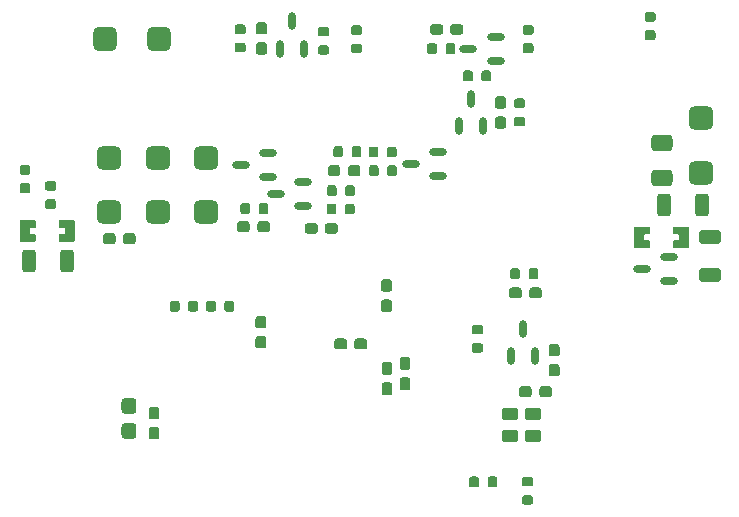
<source format=gbp>
G04 Layer_Color=128*
%FSLAX24Y24*%
%MOIN*%
G70*
G01*
G75*
G04:AMPARAMS|DCode=26|XSize=47.2mil|YSize=74.8mil|CornerRadius=11.8mil|HoleSize=0mil|Usage=FLASHONLY|Rotation=180.000|XOffset=0mil|YOffset=0mil|HoleType=Round|Shape=RoundedRectangle|*
%AMROUNDEDRECTD26*
21,1,0.0472,0.0512,0,0,180.0*
21,1,0.0236,0.0748,0,0,180.0*
1,1,0.0236,-0.0118,0.0256*
1,1,0.0236,0.0118,0.0256*
1,1,0.0236,0.0118,-0.0256*
1,1,0.0236,-0.0118,-0.0256*
%
%ADD26ROUNDEDRECTD26*%
%ADD28O,0.0281X0.0591*%
%ADD29O,0.0591X0.0281*%
G04:AMPARAMS|DCode=36|XSize=82.7mil|YSize=78.7mil|CornerRadius=19.7mil|HoleSize=0mil|Usage=FLASHONLY|Rotation=90.000|XOffset=0mil|YOffset=0mil|HoleType=Round|Shape=RoundedRectangle|*
%AMROUNDEDRECTD36*
21,1,0.0827,0.0394,0,0,90.0*
21,1,0.0433,0.0787,0,0,90.0*
1,1,0.0394,0.0197,0.0217*
1,1,0.0394,0.0197,-0.0217*
1,1,0.0394,-0.0197,-0.0217*
1,1,0.0394,-0.0197,0.0217*
%
%ADD36ROUNDEDRECTD36*%
G04:AMPARAMS|DCode=54|XSize=55.1mil|YSize=70.9mil|CornerRadius=13.8mil|HoleSize=0mil|Usage=FLASHONLY|Rotation=270.000|XOffset=0mil|YOffset=0mil|HoleType=Round|Shape=RoundedRectangle|*
%AMROUNDEDRECTD54*
21,1,0.0551,0.0433,0,0,270.0*
21,1,0.0276,0.0709,0,0,270.0*
1,1,0.0276,-0.0217,-0.0138*
1,1,0.0276,-0.0217,0.0138*
1,1,0.0276,0.0217,0.0138*
1,1,0.0276,0.0217,-0.0138*
%
%ADD54ROUNDEDRECTD54*%
G04:AMPARAMS|DCode=55|XSize=54mil|YSize=50mil|CornerRadius=12.5mil|HoleSize=0mil|Usage=FLASHONLY|Rotation=270.000|XOffset=0mil|YOffset=0mil|HoleType=Round|Shape=RoundedRectangle|*
%AMROUNDEDRECTD55*
21,1,0.0540,0.0250,0,0,270.0*
21,1,0.0290,0.0500,0,0,270.0*
1,1,0.0250,-0.0125,-0.0145*
1,1,0.0250,-0.0125,0.0145*
1,1,0.0250,0.0125,0.0145*
1,1,0.0250,0.0125,-0.0145*
%
%ADD55ROUNDEDRECTD55*%
G04:AMPARAMS|DCode=56|XSize=55.1mil|YSize=41.3mil|CornerRadius=10.3mil|HoleSize=0mil|Usage=FLASHONLY|Rotation=180.000|XOffset=0mil|YOffset=0mil|HoleType=Round|Shape=RoundedRectangle|*
%AMROUNDEDRECTD56*
21,1,0.0551,0.0207,0,0,180.0*
21,1,0.0344,0.0413,0,0,180.0*
1,1,0.0207,-0.0172,0.0103*
1,1,0.0207,0.0172,0.0103*
1,1,0.0207,0.0172,-0.0103*
1,1,0.0207,-0.0172,-0.0103*
%
%ADD56ROUNDEDRECTD56*%
G04:AMPARAMS|DCode=57|XSize=47.2mil|YSize=74.8mil|CornerRadius=11.8mil|HoleSize=0mil|Usage=FLASHONLY|Rotation=90.000|XOffset=0mil|YOffset=0mil|HoleType=Round|Shape=RoundedRectangle|*
%AMROUNDEDRECTD57*
21,1,0.0472,0.0512,0,0,90.0*
21,1,0.0236,0.0748,0,0,90.0*
1,1,0.0236,0.0256,0.0118*
1,1,0.0236,0.0256,-0.0118*
1,1,0.0236,-0.0256,-0.0118*
1,1,0.0236,-0.0256,0.0118*
%
%ADD57ROUNDEDRECTD57*%
G04:AMPARAMS|DCode=58|XSize=82.7mil|YSize=78.7mil|CornerRadius=19.7mil|HoleSize=0mil|Usage=FLASHONLY|Rotation=0.000|XOffset=0mil|YOffset=0mil|HoleType=Round|Shape=RoundedRectangle|*
%AMROUNDEDRECTD58*
21,1,0.0827,0.0394,0,0,0.0*
21,1,0.0433,0.0787,0,0,0.0*
1,1,0.0394,0.0217,-0.0197*
1,1,0.0394,-0.0217,-0.0197*
1,1,0.0394,-0.0217,0.0197*
1,1,0.0394,0.0217,0.0197*
%
%ADD58ROUNDEDRECTD58*%
G36*
X37769Y37448D02*
X37798Y37429D01*
X37818Y37399D01*
X37825Y37364D01*
Y37184D01*
X37818Y37149D01*
X37798Y37119D01*
X37769Y37099D01*
X37733Y37092D01*
X37503D01*
X37468Y37099D01*
X37439Y37119D01*
X37419Y37149D01*
X37412Y37184D01*
Y37364D01*
X37419Y37399D01*
X37439Y37429D01*
X37468Y37448D01*
X37503Y37455D01*
X37733D01*
X37769Y37448D01*
D02*
G37*
G36*
X37099D02*
X37128Y37429D01*
X37148Y37399D01*
X37155Y37364D01*
Y37184D01*
X37148Y37149D01*
X37128Y37119D01*
X37099Y37099D01*
X37063Y37092D01*
X36833D01*
X36798Y37099D01*
X36769Y37119D01*
X36749Y37149D01*
X36742Y37184D01*
Y37364D01*
X36749Y37399D01*
X36769Y37429D01*
X36798Y37448D01*
X36833Y37455D01*
X37063D01*
X37099Y37448D01*
D02*
G37*
G36*
X32773Y37720D02*
X32803Y37700D01*
X32822Y37670D01*
X32829Y37635D01*
Y37405D01*
X32822Y37370D01*
X32803Y37340D01*
X32773Y37320D01*
X32738Y37313D01*
X32558D01*
X32523Y37320D01*
X32493Y37340D01*
X32473Y37370D01*
X32466Y37405D01*
Y37635D01*
X32473Y37670D01*
X32493Y37700D01*
X32523Y37720D01*
X32558Y37727D01*
X32738D01*
X32773Y37720D01*
D02*
G37*
G36*
X37660Y38089D02*
X37687Y38071D01*
X37704Y38045D01*
X37711Y38013D01*
Y37813D01*
X37704Y37782D01*
X37687Y37756D01*
X37660Y37738D01*
X37629Y37732D01*
X37469D01*
X37438Y37738D01*
X37411Y37756D01*
X37394Y37782D01*
X37388Y37813D01*
Y38013D01*
X37394Y38045D01*
X37411Y38071D01*
X37438Y38089D01*
X37469Y38095D01*
X37629D01*
X37660Y38089D01*
D02*
G37*
G36*
X37050D02*
X37077Y38071D01*
X37094Y38045D01*
X37101Y38013D01*
Y37813D01*
X37094Y37782D01*
X37077Y37756D01*
X37050Y37738D01*
X37019Y37732D01*
X36859D01*
X36828Y37738D01*
X36801Y37756D01*
X36784Y37782D01*
X36778Y37813D01*
Y38013D01*
X36784Y38045D01*
X36801Y38071D01*
X36828Y38089D01*
X36859Y38095D01*
X37019D01*
X37050Y38089D01*
D02*
G37*
G36*
X25702Y37006D02*
X25728Y36988D01*
X25746Y36962D01*
X25752Y36931D01*
Y36731D01*
X25746Y36700D01*
X25728Y36673D01*
X25702Y36655D01*
X25671Y36649D01*
X25511D01*
X25479Y36655D01*
X25453Y36673D01*
X25435Y36700D01*
X25429Y36731D01*
Y36931D01*
X25435Y36962D01*
X25453Y36988D01*
X25479Y37006D01*
X25511Y37012D01*
X25671D01*
X25702Y37006D01*
D02*
G37*
G36*
X32773Y37050D02*
X32803Y37030D01*
X32822Y37000D01*
X32829Y36965D01*
Y36735D01*
X32822Y36700D01*
X32803Y36670D01*
X32773Y36650D01*
X32738Y36643D01*
X32558D01*
X32523Y36650D01*
X32493Y36670D01*
X32473Y36700D01*
X32466Y36735D01*
Y36965D01*
X32473Y37000D01*
X32493Y37030D01*
X32523Y37050D01*
X32558Y37057D01*
X32738D01*
X32773Y37050D01*
D02*
G37*
G36*
X26312Y37006D02*
X26338Y36988D01*
X26356Y36962D01*
X26362Y36931D01*
Y36731D01*
X26356Y36700D01*
X26338Y36673D01*
X26312Y36655D01*
X26281Y36649D01*
X26121D01*
X26089Y36655D01*
X26063Y36673D01*
X26045Y36700D01*
X26039Y36731D01*
Y36931D01*
X26045Y36962D01*
X26063Y36988D01*
X26089Y37006D01*
X26121Y37012D01*
X26281D01*
X26312Y37006D01*
D02*
G37*
G36*
X27523D02*
X27549Y36988D01*
X27567Y36962D01*
X27573Y36931D01*
Y36731D01*
X27567Y36700D01*
X27549Y36673D01*
X27523Y36655D01*
X27491Y36649D01*
X27331D01*
X27300Y36655D01*
X27274Y36673D01*
X27256Y36700D01*
X27250Y36731D01*
Y36931D01*
X27256Y36962D01*
X27274Y36988D01*
X27300Y37006D01*
X27331Y37012D01*
X27491D01*
X27523Y37006D01*
D02*
G37*
G36*
X26913D02*
X26939Y36988D01*
X26957Y36962D01*
X26963Y36931D01*
Y36731D01*
X26957Y36700D01*
X26939Y36673D01*
X26913Y36655D01*
X26881Y36649D01*
X26721D01*
X26690Y36655D01*
X26664Y36673D01*
X26646Y36700D01*
X26640Y36731D01*
Y36931D01*
X26646Y36962D01*
X26664Y36988D01*
X26690Y37006D01*
X26721Y37012D01*
X26881D01*
X26913Y37006D01*
D02*
G37*
G36*
X30297Y39604D02*
X30327Y39584D01*
X30347Y39554D01*
X30354Y39519D01*
Y39339D01*
X30347Y39304D01*
X30327Y39274D01*
X30297Y39254D01*
X30262Y39247D01*
X30032D01*
X29997Y39254D01*
X29967Y39274D01*
X29948Y39304D01*
X29941Y39339D01*
Y39519D01*
X29948Y39554D01*
X29967Y39584D01*
X29997Y39604D01*
X30032Y39611D01*
X30262D01*
X30297Y39604D01*
D02*
G37*
G36*
X22246Y39692D02*
X22254Y39671D01*
Y39010D01*
X22246Y38989D01*
X22225Y38980D01*
X21772D01*
X21751Y38989D01*
X21743Y39010D01*
Y39213D01*
X21751Y39233D01*
X21772Y39242D01*
X21910D01*
X21931Y39251D01*
X21939Y39272D01*
Y39409D01*
X21931Y39430D01*
X21910Y39439D01*
X21772D01*
X21751Y39448D01*
X21743Y39469D01*
Y39671D01*
X21751Y39692D01*
X21772Y39701D01*
X22225D01*
X22246Y39692D01*
D02*
G37*
G36*
X30967Y39604D02*
X30997Y39584D01*
X31017Y39554D01*
X31024Y39519D01*
Y39339D01*
X31017Y39304D01*
X30997Y39274D01*
X30967Y39254D01*
X30932Y39247D01*
X30702D01*
X30667Y39254D01*
X30637Y39274D01*
X30618Y39304D01*
X30611Y39339D01*
Y39519D01*
X30618Y39554D01*
X30637Y39584D01*
X30667Y39604D01*
X30702Y39611D01*
X30932D01*
X30967Y39604D01*
D02*
G37*
G36*
X28704Y39653D02*
X28733Y39633D01*
X28753Y39603D01*
X28760Y39568D01*
Y39388D01*
X28753Y39353D01*
X28733Y39323D01*
X28704Y39304D01*
X28668Y39297D01*
X28438D01*
X28403Y39304D01*
X28374Y39323D01*
X28354Y39353D01*
X28347Y39388D01*
Y39568D01*
X28354Y39603D01*
X28374Y39633D01*
X28403Y39653D01*
X28438Y39660D01*
X28668D01*
X28704Y39653D01*
D02*
G37*
G36*
X28034D02*
X28063Y39633D01*
X28083Y39603D01*
X28090Y39568D01*
Y39388D01*
X28083Y39353D01*
X28063Y39323D01*
X28034Y39304D01*
X27998Y39297D01*
X27768D01*
X27733Y39304D01*
X27704Y39323D01*
X27684Y39353D01*
X27677Y39388D01*
Y39568D01*
X27684Y39603D01*
X27704Y39633D01*
X27733Y39653D01*
X27768Y39660D01*
X27998D01*
X28034Y39653D01*
D02*
G37*
G36*
X42718Y39476D02*
X42727Y39455D01*
Y38793D01*
X42718Y38772D01*
X42697Y38764D01*
X42244D01*
X42224Y38772D01*
X42215Y38793D01*
Y38996D01*
X42224Y39017D01*
X42244Y39026D01*
X42382D01*
X42403Y39034D01*
X42412Y39055D01*
Y39193D01*
X42403Y39214D01*
X42382Y39222D01*
X42244D01*
X42224Y39231D01*
X42215Y39252D01*
Y39455D01*
X42224Y39476D01*
X42244Y39484D01*
X42697D01*
X42718Y39476D01*
D02*
G37*
G36*
X41418D02*
X41427Y39455D01*
Y39252D01*
X41418Y39231D01*
X41397Y39222D01*
X41259D01*
X41239Y39214D01*
X41230Y39193D01*
Y39055D01*
X41239Y39034D01*
X41259Y39026D01*
X41397D01*
X41418Y39017D01*
X41427Y38996D01*
Y38793D01*
X41418Y38772D01*
X41397Y38764D01*
X40944D01*
X40924Y38772D01*
X40915Y38793D01*
Y39455D01*
X40924Y39476D01*
X40944Y39484D01*
X41397D01*
X41418Y39476D01*
D02*
G37*
G36*
X23565Y39259D02*
X23595Y39240D01*
X23615Y39210D01*
X23622Y39175D01*
Y38995D01*
X23615Y38960D01*
X23595Y38930D01*
X23565Y38910D01*
X23530Y38903D01*
X23300D01*
X23265Y38910D01*
X23235Y38930D01*
X23215Y38960D01*
X23208Y38995D01*
Y39175D01*
X23215Y39210D01*
X23235Y39240D01*
X23265Y39259D01*
X23300Y39266D01*
X23530D01*
X23565Y39259D01*
D02*
G37*
G36*
X20946Y39692D02*
X20954Y39671D01*
Y39469D01*
X20946Y39448D01*
X20925Y39439D01*
X20787D01*
X20766Y39430D01*
X20757Y39409D01*
Y39272D01*
X20766Y39251D01*
X20787Y39242D01*
X20925D01*
X20946Y39233D01*
X20954Y39213D01*
Y39010D01*
X20946Y38989D01*
X20925Y38980D01*
X20472D01*
X20451Y38989D01*
X20443Y39010D01*
Y39671D01*
X20451Y39692D01*
X20472Y39701D01*
X20925D01*
X20946Y39692D01*
D02*
G37*
G36*
X24235Y39259D02*
X24265Y39240D01*
X24285Y39210D01*
X24292Y39175D01*
Y38995D01*
X24285Y38960D01*
X24265Y38930D01*
X24235Y38910D01*
X24200Y38903D01*
X23970D01*
X23935Y38910D01*
X23905Y38930D01*
X23885Y38960D01*
X23878Y38995D01*
Y39175D01*
X23885Y39210D01*
X23905Y39240D01*
X23935Y39259D01*
X23970Y39266D01*
X24200D01*
X24235Y39259D01*
D02*
G37*
G36*
X37433Y34161D02*
X37463Y34141D01*
X37483Y34111D01*
X37490Y34076D01*
Y33896D01*
X37483Y33861D01*
X37463Y33831D01*
X37433Y33811D01*
X37398Y33804D01*
X37168D01*
X37133Y33811D01*
X37103Y33831D01*
X37083Y33861D01*
X37076Y33896D01*
Y34076D01*
X37083Y34111D01*
X37103Y34141D01*
X37133Y34161D01*
X37168Y34168D01*
X37398D01*
X37433Y34161D01*
D02*
G37*
G36*
X25027Y33468D02*
X25056Y33448D01*
X25076Y33418D01*
X25083Y33383D01*
Y33153D01*
X25076Y33118D01*
X25056Y33088D01*
X25027Y33068D01*
X24992Y33061D01*
X24812D01*
X24776Y33068D01*
X24747Y33088D01*
X24727Y33118D01*
X24720Y33153D01*
Y33383D01*
X24727Y33418D01*
X24747Y33448D01*
X24776Y33468D01*
X24812Y33475D01*
X24992D01*
X25027Y33468D01*
D02*
G37*
G36*
X38103Y34161D02*
X38133Y34141D01*
X38153Y34111D01*
X38160Y34076D01*
Y33896D01*
X38153Y33861D01*
X38133Y33831D01*
X38103Y33811D01*
X38068Y33804D01*
X37838D01*
X37803Y33811D01*
X37773Y33831D01*
X37753Y33861D01*
X37746Y33896D01*
Y34076D01*
X37753Y34111D01*
X37773Y34141D01*
X37803Y34161D01*
X37838Y34168D01*
X38068D01*
X38103Y34161D01*
D02*
G37*
G36*
X33393Y34451D02*
X33423Y34432D01*
X33442Y34402D01*
X33449Y34367D01*
Y34137D01*
X33442Y34102D01*
X33423Y34072D01*
X33393Y34052D01*
X33358Y34045D01*
X33178D01*
X33143Y34052D01*
X33113Y34072D01*
X33093Y34102D01*
X33086Y34137D01*
Y34367D01*
X33093Y34402D01*
X33113Y34432D01*
X33143Y34451D01*
X33178Y34458D01*
X33358D01*
X33393Y34451D01*
D02*
G37*
G36*
X32792Y34284D02*
X32822Y34264D01*
X32842Y34234D01*
X32849Y34199D01*
Y33969D01*
X32842Y33934D01*
X32822Y33904D01*
X32792Y33885D01*
X32757Y33878D01*
X32577D01*
X32542Y33885D01*
X32512Y33904D01*
X32493Y33934D01*
X32486Y33969D01*
Y34199D01*
X32493Y34234D01*
X32512Y34264D01*
X32542Y34284D01*
X32577Y34291D01*
X32757D01*
X32792Y34284D01*
D02*
G37*
G36*
X35682Y31150D02*
X35709Y31132D01*
X35726Y31106D01*
X35733Y31074D01*
Y30874D01*
X35726Y30843D01*
X35709Y30817D01*
X35682Y30799D01*
X35651Y30793D01*
X35491D01*
X35460Y30799D01*
X35433Y30817D01*
X35416Y30843D01*
X35409Y30874D01*
Y31074D01*
X35416Y31106D01*
X35433Y31132D01*
X35460Y31150D01*
X35491Y31156D01*
X35651D01*
X35682Y31150D01*
D02*
G37*
G36*
X37484Y30529D02*
X37510Y30512D01*
X37528Y30485D01*
X37534Y30454D01*
Y30294D01*
X37528Y30263D01*
X37510Y30236D01*
X37484Y30219D01*
X37452Y30213D01*
X37252D01*
X37221Y30219D01*
X37195Y30236D01*
X37177Y30263D01*
X37171Y30294D01*
Y30454D01*
X37177Y30485D01*
X37195Y30512D01*
X37221Y30529D01*
X37252Y30536D01*
X37452D01*
X37484Y30529D01*
D02*
G37*
G36*
X36292Y31150D02*
X36319Y31132D01*
X36336Y31106D01*
X36343Y31074D01*
Y30874D01*
X36336Y30843D01*
X36319Y30817D01*
X36292Y30799D01*
X36261Y30793D01*
X36101D01*
X36070Y30799D01*
X36043Y30817D01*
X36026Y30843D01*
X36019Y30874D01*
Y31074D01*
X36026Y31106D01*
X36043Y31132D01*
X36070Y31150D01*
X36101Y31156D01*
X36261D01*
X36292Y31150D01*
D02*
G37*
G36*
X25027Y32798D02*
X25056Y32778D01*
X25076Y32748D01*
X25083Y32713D01*
Y32483D01*
X25076Y32448D01*
X25056Y32418D01*
X25027Y32398D01*
X24992Y32391D01*
X24812D01*
X24776Y32398D01*
X24747Y32418D01*
X24727Y32448D01*
X24720Y32483D01*
Y32713D01*
X24727Y32748D01*
X24747Y32778D01*
X24776Y32798D01*
X24812Y32805D01*
X24992D01*
X25027Y32798D01*
D02*
G37*
G36*
X37484Y31139D02*
X37510Y31122D01*
X37528Y31095D01*
X37534Y31064D01*
Y30904D01*
X37528Y30873D01*
X37510Y30846D01*
X37484Y30829D01*
X37452Y30823D01*
X37252D01*
X37221Y30829D01*
X37195Y30846D01*
X37177Y30873D01*
X37171Y30904D01*
Y31064D01*
X37177Y31095D01*
X37195Y31122D01*
X37221Y31139D01*
X37252Y31146D01*
X37452D01*
X37484Y31139D01*
D02*
G37*
G36*
X31942Y35746D02*
X31972Y35726D01*
X31991Y35696D01*
X31998Y35661D01*
Y35481D01*
X31991Y35446D01*
X31972Y35416D01*
X31942Y35396D01*
X31907Y35389D01*
X31677D01*
X31642Y35396D01*
X31612Y35416D01*
X31592Y35446D01*
X31585Y35481D01*
Y35661D01*
X31592Y35696D01*
X31612Y35726D01*
X31642Y35746D01*
X31677Y35753D01*
X31907D01*
X31942Y35746D01*
D02*
G37*
G36*
X31272D02*
X31302Y35726D01*
X31321Y35696D01*
X31328Y35661D01*
Y35481D01*
X31321Y35446D01*
X31302Y35416D01*
X31272Y35396D01*
X31237Y35389D01*
X31007D01*
X30972Y35396D01*
X30942Y35416D01*
X30922Y35446D01*
X30915Y35481D01*
Y35661D01*
X30922Y35696D01*
X30942Y35726D01*
X30972Y35746D01*
X31007Y35753D01*
X31237D01*
X31272Y35746D01*
D02*
G37*
G36*
X28590Y35829D02*
X28619Y35809D01*
X28639Y35780D01*
X28646Y35745D01*
Y35515D01*
X28639Y35479D01*
X28619Y35450D01*
X28590Y35430D01*
X28555Y35423D01*
X28375D01*
X28339Y35430D01*
X28310Y35450D01*
X28290Y35479D01*
X28283Y35515D01*
Y35745D01*
X28290Y35780D01*
X28310Y35809D01*
X28339Y35829D01*
X28375Y35836D01*
X28555D01*
X28590Y35829D01*
D02*
G37*
G36*
Y36499D02*
X28619Y36479D01*
X28639Y36450D01*
X28646Y36415D01*
Y36185D01*
X28639Y36149D01*
X28619Y36120D01*
X28590Y36100D01*
X28555Y36093D01*
X28375D01*
X28339Y36100D01*
X28310Y36120D01*
X28290Y36149D01*
X28283Y36185D01*
Y36415D01*
X28290Y36450D01*
X28310Y36479D01*
X28339Y36499D01*
X28375Y36506D01*
X28555D01*
X28590Y36499D01*
D02*
G37*
G36*
X35810Y36208D02*
X35837Y36191D01*
X35854Y36164D01*
X35861Y36133D01*
Y35973D01*
X35854Y35942D01*
X35837Y35915D01*
X35810Y35898D01*
X35779Y35891D01*
X35579D01*
X35548Y35898D01*
X35521Y35915D01*
X35504Y35942D01*
X35498Y35973D01*
Y36133D01*
X35504Y36164D01*
X35521Y36191D01*
X35548Y36208D01*
X35579Y36215D01*
X35779D01*
X35810Y36208D01*
D02*
G37*
G36*
X32792Y34954D02*
X32822Y34934D01*
X32842Y34904D01*
X32849Y34869D01*
Y34639D01*
X32842Y34604D01*
X32822Y34574D01*
X32792Y34555D01*
X32757Y34548D01*
X32577D01*
X32542Y34555D01*
X32512Y34574D01*
X32493Y34604D01*
X32486Y34639D01*
Y34869D01*
X32493Y34904D01*
X32512Y34934D01*
X32542Y34954D01*
X32577Y34961D01*
X32757D01*
X32792Y34954D01*
D02*
G37*
G36*
X38363Y34894D02*
X38393Y34874D01*
X38413Y34845D01*
X38420Y34810D01*
Y34580D01*
X38413Y34544D01*
X38393Y34515D01*
X38363Y34495D01*
X38328Y34488D01*
X38148D01*
X38113Y34495D01*
X38083Y34515D01*
X38063Y34544D01*
X38056Y34580D01*
Y34810D01*
X38063Y34845D01*
X38083Y34874D01*
X38113Y34894D01*
X38148Y34901D01*
X38328D01*
X38363Y34894D01*
D02*
G37*
G36*
X33393Y35121D02*
X33423Y35101D01*
X33442Y35072D01*
X33449Y35037D01*
Y34807D01*
X33442Y34771D01*
X33423Y34742D01*
X33393Y34722D01*
X33358Y34715D01*
X33178D01*
X33143Y34722D01*
X33113Y34742D01*
X33093Y34771D01*
X33086Y34807D01*
Y35037D01*
X33093Y35072D01*
X33113Y35101D01*
X33143Y35121D01*
X33178Y35128D01*
X33358D01*
X33393Y35121D01*
D02*
G37*
G36*
X35810Y35598D02*
X35837Y35581D01*
X35854Y35554D01*
X35861Y35523D01*
Y35363D01*
X35854Y35332D01*
X35837Y35305D01*
X35810Y35288D01*
X35779Y35281D01*
X35579D01*
X35548Y35288D01*
X35521Y35305D01*
X35504Y35332D01*
X35498Y35363D01*
Y35523D01*
X35504Y35554D01*
X35521Y35581D01*
X35548Y35598D01*
X35579Y35605D01*
X35779D01*
X35810Y35598D01*
D02*
G37*
G36*
X38363Y35564D02*
X38393Y35544D01*
X38413Y35515D01*
X38420Y35480D01*
Y35250D01*
X38413Y35214D01*
X38393Y35185D01*
X38363Y35165D01*
X38328Y35158D01*
X38148D01*
X38113Y35165D01*
X38083Y35185D01*
X38063Y35214D01*
X38056Y35250D01*
Y35480D01*
X38063Y35515D01*
X38083Y35544D01*
X38113Y35564D01*
X38148Y35571D01*
X38328D01*
X38363Y35564D01*
D02*
G37*
G36*
X34285Y45599D02*
X34311Y45581D01*
X34329Y45554D01*
X34335Y45523D01*
Y45323D01*
X34329Y45292D01*
X34311Y45266D01*
X34285Y45248D01*
X34253Y45242D01*
X34093D01*
X34062Y45248D01*
X34036Y45266D01*
X34018Y45292D01*
X34012Y45323D01*
Y45523D01*
X34018Y45554D01*
X34036Y45581D01*
X34062Y45599D01*
X34093Y45605D01*
X34253D01*
X34285Y45599D01*
D02*
G37*
G36*
X28609Y45623D02*
X28639Y45603D01*
X28659Y45573D01*
X28666Y45538D01*
Y45308D01*
X28659Y45273D01*
X28639Y45243D01*
X28609Y45223D01*
X28574Y45216D01*
X28394D01*
X28359Y45223D01*
X28329Y45243D01*
X28309Y45273D01*
X28302Y45308D01*
Y45538D01*
X28309Y45573D01*
X28329Y45603D01*
X28359Y45623D01*
X28394Y45630D01*
X28574D01*
X28609Y45623D01*
D02*
G37*
G36*
X34895Y45599D02*
X34921Y45581D01*
X34939Y45554D01*
X34945Y45523D01*
Y45323D01*
X34939Y45292D01*
X34921Y45266D01*
X34895Y45248D01*
X34863Y45242D01*
X34703D01*
X34672Y45248D01*
X34646Y45266D01*
X34628Y45292D01*
X34622Y45323D01*
Y45523D01*
X34628Y45554D01*
X34646Y45581D01*
X34672Y45599D01*
X34703Y45605D01*
X34863D01*
X34895Y45599D01*
D02*
G37*
G36*
X37503Y45589D02*
X37530Y45571D01*
X37547Y45544D01*
X37554Y45513D01*
Y45353D01*
X37547Y45322D01*
X37530Y45296D01*
X37503Y45278D01*
X37472Y45272D01*
X37272D01*
X37241Y45278D01*
X37214Y45296D01*
X37197Y45322D01*
X37190Y45353D01*
Y45513D01*
X37197Y45544D01*
X37214Y45571D01*
X37241Y45589D01*
X37272Y45595D01*
X37472D01*
X37503Y45589D01*
D02*
G37*
G36*
X31785Y45579D02*
X31811Y45561D01*
X31829Y45535D01*
X31835Y45503D01*
Y45343D01*
X31829Y45312D01*
X31811Y45286D01*
X31785Y45268D01*
X31754Y45262D01*
X31554D01*
X31522Y45268D01*
X31496Y45286D01*
X31478Y45312D01*
X31472Y45343D01*
Y45503D01*
X31478Y45535D01*
X31496Y45561D01*
X31522Y45579D01*
X31554Y45585D01*
X31754D01*
X31785Y45579D01*
D02*
G37*
G36*
X37218Y43748D02*
X37244Y43730D01*
X37262Y43704D01*
X37268Y43672D01*
Y43512D01*
X37262Y43481D01*
X37244Y43455D01*
X37218Y43437D01*
X37187Y43431D01*
X36987D01*
X36955Y43437D01*
X36929Y43455D01*
X36911Y43481D01*
X36905Y43512D01*
Y43672D01*
X36911Y43704D01*
X36929Y43730D01*
X36955Y43748D01*
X36987Y43754D01*
X37187D01*
X37218Y43748D01*
D02*
G37*
G36*
X36572Y43822D02*
X36602Y43802D01*
X36622Y43773D01*
X36629Y43737D01*
Y43507D01*
X36622Y43472D01*
X36602Y43443D01*
X36572Y43423D01*
X36537Y43416D01*
X36357D01*
X36322Y43423D01*
X36292Y43443D01*
X36272Y43472D01*
X36265Y43507D01*
Y43737D01*
X36272Y43773D01*
X36292Y43802D01*
X36322Y43822D01*
X36357Y43829D01*
X36537D01*
X36572Y43822D01*
D02*
G37*
G36*
X35475Y44683D02*
X35502Y44666D01*
X35520Y44639D01*
X35526Y44608D01*
Y44408D01*
X35520Y44377D01*
X35502Y44350D01*
X35475Y44333D01*
X35444Y44326D01*
X35284D01*
X35253Y44333D01*
X35227Y44350D01*
X35209Y44377D01*
X35203Y44408D01*
Y44608D01*
X35209Y44639D01*
X35227Y44666D01*
X35253Y44683D01*
X35284Y44689D01*
X35444D01*
X35475Y44683D01*
D02*
G37*
G36*
X30682Y45529D02*
X30709Y45512D01*
X30727Y45485D01*
X30733Y45454D01*
Y45294D01*
X30727Y45263D01*
X30709Y45236D01*
X30682Y45219D01*
X30651Y45213D01*
X30451D01*
X30420Y45219D01*
X30394Y45236D01*
X30376Y45263D01*
X30370Y45294D01*
Y45454D01*
X30376Y45485D01*
X30394Y45512D01*
X30420Y45529D01*
X30451Y45536D01*
X30651D01*
X30682Y45529D01*
D02*
G37*
G36*
X36086Y44683D02*
X36112Y44666D01*
X36130Y44639D01*
X36136Y44608D01*
Y44408D01*
X36130Y44377D01*
X36112Y44350D01*
X36086Y44333D01*
X36054Y44326D01*
X35894D01*
X35863Y44333D01*
X35837Y44350D01*
X35819Y44377D01*
X35813Y44408D01*
Y44608D01*
X35819Y44639D01*
X35837Y44666D01*
X35863Y44683D01*
X35894Y44689D01*
X36054D01*
X36086Y44683D01*
D02*
G37*
G36*
X37503Y46199D02*
X37530Y46181D01*
X37547Y46154D01*
X37554Y46123D01*
Y45963D01*
X37547Y45932D01*
X37530Y45906D01*
X37503Y45888D01*
X37472Y45882D01*
X37272D01*
X37241Y45888D01*
X37214Y45906D01*
X37197Y45932D01*
X37190Y45963D01*
Y46123D01*
X37197Y46154D01*
X37214Y46181D01*
X37241Y46199D01*
X37272Y46205D01*
X37472D01*
X37503Y46199D01*
D02*
G37*
G36*
X35141Y46238D02*
X35170Y46218D01*
X35190Y46188D01*
X35197Y46153D01*
Y45973D01*
X35190Y45938D01*
X35170Y45908D01*
X35141Y45888D01*
X35106Y45881D01*
X34876D01*
X34840Y45888D01*
X34811Y45908D01*
X34791Y45938D01*
X34784Y45973D01*
Y46153D01*
X34791Y46188D01*
X34811Y46218D01*
X34840Y46238D01*
X34876Y46245D01*
X35106D01*
X35141Y46238D01*
D02*
G37*
G36*
X28609Y46293D02*
X28639Y46273D01*
X28659Y46243D01*
X28666Y46208D01*
Y45978D01*
X28659Y45943D01*
X28639Y45913D01*
X28609Y45893D01*
X28574Y45886D01*
X28394D01*
X28359Y45893D01*
X28329Y45913D01*
X28309Y45943D01*
X28302Y45978D01*
Y46208D01*
X28309Y46243D01*
X28329Y46273D01*
X28359Y46293D01*
X28394Y46300D01*
X28574D01*
X28609Y46293D01*
D02*
G37*
G36*
X41568Y46632D02*
X41595Y46614D01*
X41612Y46587D01*
X41619Y46556D01*
Y46396D01*
X41612Y46365D01*
X41595Y46339D01*
X41568Y46321D01*
X41537Y46315D01*
X41337D01*
X41306Y46321D01*
X41279Y46339D01*
X41262Y46365D01*
X41255Y46396D01*
Y46556D01*
X41262Y46587D01*
X41279Y46614D01*
X41306Y46632D01*
X41337Y46638D01*
X41537D01*
X41568Y46632D01*
D02*
G37*
G36*
X27907Y46218D02*
X27933Y46201D01*
X27951Y46174D01*
X27957Y46143D01*
Y45983D01*
X27951Y45952D01*
X27933Y45925D01*
X27907Y45908D01*
X27876Y45901D01*
X27676D01*
X27644Y45908D01*
X27618Y45925D01*
X27600Y45952D01*
X27594Y45983D01*
Y46143D01*
X27600Y46174D01*
X27618Y46201D01*
X27644Y46218D01*
X27676Y46224D01*
X27876D01*
X27907Y46218D01*
D02*
G37*
G36*
X41568Y46022D02*
X41595Y46004D01*
X41612Y45977D01*
X41619Y45946D01*
Y45786D01*
X41612Y45755D01*
X41595Y45729D01*
X41568Y45711D01*
X41537Y45705D01*
X41337D01*
X41306Y45711D01*
X41279Y45729D01*
X41262Y45755D01*
X41255Y45786D01*
Y45946D01*
X41262Y45977D01*
X41279Y46004D01*
X41306Y46022D01*
X41337Y46028D01*
X41537D01*
X41568Y46022D01*
D02*
G37*
G36*
X27907Y45608D02*
X27933Y45591D01*
X27951Y45564D01*
X27957Y45533D01*
Y45373D01*
X27951Y45342D01*
X27933Y45315D01*
X27907Y45298D01*
X27876Y45291D01*
X27676D01*
X27644Y45298D01*
X27618Y45315D01*
X27600Y45342D01*
X27594Y45373D01*
Y45533D01*
X27600Y45564D01*
X27618Y45591D01*
X27644Y45608D01*
X27676Y45614D01*
X27876D01*
X27907Y45608D01*
D02*
G37*
G36*
X30682Y46139D02*
X30709Y46122D01*
X30727Y46095D01*
X30733Y46064D01*
Y45904D01*
X30727Y45873D01*
X30709Y45846D01*
X30682Y45829D01*
X30651Y45823D01*
X30451D01*
X30420Y45829D01*
X30394Y45846D01*
X30376Y45873D01*
X30370Y45904D01*
Y46064D01*
X30376Y46095D01*
X30394Y46122D01*
X30420Y46139D01*
X30451Y46146D01*
X30651D01*
X30682Y46139D01*
D02*
G37*
G36*
X34471Y46238D02*
X34500Y46218D01*
X34520Y46188D01*
X34527Y46153D01*
Y45973D01*
X34520Y45938D01*
X34500Y45908D01*
X34471Y45888D01*
X34436Y45881D01*
X34206D01*
X34170Y45888D01*
X34141Y45908D01*
X34121Y45938D01*
X34114Y45973D01*
Y46153D01*
X34121Y46188D01*
X34141Y46218D01*
X34170Y46238D01*
X34206Y46245D01*
X34436D01*
X34471Y46238D01*
D02*
G37*
G36*
X31785Y46189D02*
X31811Y46171D01*
X31829Y46145D01*
X31835Y46113D01*
Y45953D01*
X31829Y45922D01*
X31811Y45896D01*
X31785Y45878D01*
X31754Y45872D01*
X31554D01*
X31522Y45878D01*
X31496Y45896D01*
X31478Y45922D01*
X31472Y45953D01*
Y46113D01*
X31478Y46145D01*
X31496Y46171D01*
X31522Y46189D01*
X31554Y46195D01*
X31754D01*
X31785Y46189D01*
D02*
G37*
G36*
X31548Y40854D02*
X31575Y40837D01*
X31592Y40810D01*
X31598Y40779D01*
Y40579D01*
X31592Y40548D01*
X31575Y40521D01*
X31548Y40504D01*
X31517Y40498D01*
X31357D01*
X31326Y40504D01*
X31299Y40521D01*
X31282Y40548D01*
X31275Y40579D01*
Y40779D01*
X31282Y40810D01*
X31299Y40837D01*
X31326Y40854D01*
X31357Y40861D01*
X31517D01*
X31548Y40854D01*
D02*
G37*
G36*
X30938D02*
X30965Y40837D01*
X30982Y40810D01*
X30988Y40779D01*
Y40579D01*
X30982Y40548D01*
X30965Y40521D01*
X30938Y40504D01*
X30907Y40498D01*
X30747D01*
X30716Y40504D01*
X30689Y40521D01*
X30672Y40548D01*
X30665Y40579D01*
Y40779D01*
X30672Y40810D01*
X30689Y40837D01*
X30716Y40854D01*
X30747Y40861D01*
X30907D01*
X30938Y40854D01*
D02*
G37*
G36*
X20732Y40923D02*
X20758Y40906D01*
X20776Y40879D01*
X20782Y40848D01*
Y40688D01*
X20776Y40657D01*
X20758Y40630D01*
X20732Y40612D01*
X20700Y40606D01*
X20500D01*
X20469Y40612D01*
X20443Y40630D01*
X20425Y40657D01*
X20419Y40688D01*
Y40848D01*
X20425Y40879D01*
X20443Y40906D01*
X20469Y40923D01*
X20500Y40929D01*
X20700D01*
X20732Y40923D01*
D02*
G37*
G36*
X31055Y41523D02*
X31085Y41503D01*
X31105Y41474D01*
X31112Y41438D01*
Y41258D01*
X31105Y41223D01*
X31085Y41194D01*
X31055Y41174D01*
X31020Y41167D01*
X30790D01*
X30755Y41174D01*
X30725Y41194D01*
X30705Y41223D01*
X30698Y41258D01*
Y41438D01*
X30705Y41474D01*
X30725Y41503D01*
X30755Y41523D01*
X30790Y41530D01*
X31020D01*
X31055Y41523D01*
D02*
G37*
G36*
X21588Y41002D02*
X21614Y40984D01*
X21632Y40958D01*
X21638Y40926D01*
Y40766D01*
X21632Y40735D01*
X21614Y40709D01*
X21588Y40691D01*
X21557Y40685D01*
X21357D01*
X21325Y40691D01*
X21299Y40709D01*
X21281Y40735D01*
X21275Y40766D01*
Y40926D01*
X21281Y40958D01*
X21299Y40984D01*
X21325Y41002D01*
X21357Y41008D01*
X21557D01*
X21588Y41002D01*
D02*
G37*
G36*
X31538Y40244D02*
X31565Y40227D01*
X31582Y40200D01*
X31589Y40169D01*
Y39969D01*
X31582Y39938D01*
X31565Y39911D01*
X31538Y39894D01*
X31507Y39887D01*
X31347D01*
X31316Y39894D01*
X31289Y39911D01*
X31272Y39938D01*
X31265Y39969D01*
Y40169D01*
X31272Y40200D01*
X31289Y40227D01*
X31316Y40244D01*
X31347Y40250D01*
X31507D01*
X31538Y40244D01*
D02*
G37*
G36*
X30928D02*
X30955Y40227D01*
X30972Y40200D01*
X30979Y40169D01*
Y39969D01*
X30972Y39938D01*
X30955Y39911D01*
X30928Y39894D01*
X30897Y39887D01*
X30737D01*
X30706Y39894D01*
X30679Y39911D01*
X30662Y39938D01*
X30655Y39969D01*
Y40169D01*
X30662Y40200D01*
X30679Y40227D01*
X30706Y40244D01*
X30737Y40250D01*
X30897D01*
X30928Y40244D01*
D02*
G37*
G36*
X28054Y40264D02*
X28081Y40246D01*
X28098Y40220D01*
X28105Y40189D01*
Y39989D01*
X28098Y39957D01*
X28081Y39931D01*
X28054Y39913D01*
X28023Y39907D01*
X27863D01*
X27832Y39913D01*
X27805Y39931D01*
X27788Y39957D01*
X27781Y39989D01*
Y40189D01*
X27788Y40220D01*
X27805Y40246D01*
X27832Y40264D01*
X27863Y40270D01*
X28023D01*
X28054Y40264D01*
D02*
G37*
G36*
X21588Y40392D02*
X21614Y40374D01*
X21632Y40348D01*
X21638Y40316D01*
Y40156D01*
X21632Y40125D01*
X21614Y40099D01*
X21588Y40081D01*
X21557Y40075D01*
X21357D01*
X21325Y40081D01*
X21299Y40099D01*
X21281Y40125D01*
X21275Y40156D01*
Y40316D01*
X21281Y40348D01*
X21299Y40374D01*
X21325Y40392D01*
X21357Y40398D01*
X21557D01*
X21588Y40392D01*
D02*
G37*
G36*
X28664Y40264D02*
X28691Y40246D01*
X28708Y40220D01*
X28715Y40189D01*
Y39989D01*
X28708Y39957D01*
X28691Y39931D01*
X28664Y39913D01*
X28633Y39907D01*
X28473D01*
X28442Y39913D01*
X28415Y39931D01*
X28398Y39957D01*
X28391Y39989D01*
Y40189D01*
X28398Y40220D01*
X28415Y40246D01*
X28442Y40264D01*
X28473Y40270D01*
X28633D01*
X28664Y40264D01*
D02*
G37*
G36*
X31155Y42154D02*
X31181Y42136D01*
X31199Y42110D01*
X31205Y42078D01*
Y41878D01*
X31199Y41847D01*
X31181Y41821D01*
X31155Y41803D01*
X31123Y41797D01*
X30963D01*
X30932Y41803D01*
X30906Y41821D01*
X30888Y41847D01*
X30882Y41878D01*
Y42078D01*
X30888Y42110D01*
X30906Y42136D01*
X30932Y42154D01*
X30963Y42160D01*
X31123D01*
X31155Y42154D01*
D02*
G37*
G36*
X32936Y42144D02*
X32962Y42126D01*
X32980Y42100D01*
X32986Y42069D01*
Y41869D01*
X32980Y41837D01*
X32962Y41811D01*
X32936Y41793D01*
X32905Y41787D01*
X32745D01*
X32713Y41793D01*
X32687Y41811D01*
X32669Y41837D01*
X32663Y41869D01*
Y42069D01*
X32669Y42100D01*
X32687Y42126D01*
X32713Y42144D01*
X32745Y42150D01*
X32905D01*
X32936Y42144D01*
D02*
G37*
G36*
X31765Y42154D02*
X31791Y42136D01*
X31809Y42110D01*
X31815Y42078D01*
Y41878D01*
X31809Y41847D01*
X31791Y41821D01*
X31765Y41803D01*
X31733Y41797D01*
X31573D01*
X31542Y41803D01*
X31516Y41821D01*
X31498Y41847D01*
X31492Y41878D01*
Y42078D01*
X31498Y42110D01*
X31516Y42136D01*
X31542Y42154D01*
X31573Y42160D01*
X31733D01*
X31765Y42154D01*
D02*
G37*
G36*
X37218Y43138D02*
X37244Y43120D01*
X37262Y43094D01*
X37268Y43062D01*
Y42902D01*
X37262Y42871D01*
X37244Y42845D01*
X37218Y42827D01*
X37187Y42821D01*
X36987D01*
X36955Y42827D01*
X36929Y42845D01*
X36911Y42871D01*
X36905Y42902D01*
Y43062D01*
X36911Y43094D01*
X36929Y43120D01*
X36955Y43138D01*
X36987Y43144D01*
X37187D01*
X37218Y43138D01*
D02*
G37*
G36*
X36572Y43152D02*
X36602Y43132D01*
X36622Y43103D01*
X36629Y43067D01*
Y42837D01*
X36622Y42802D01*
X36602Y42773D01*
X36572Y42753D01*
X36537Y42746D01*
X36357D01*
X36322Y42753D01*
X36292Y42773D01*
X36272Y42802D01*
X36265Y42837D01*
Y43067D01*
X36272Y43103D01*
X36292Y43132D01*
X36322Y43152D01*
X36357Y43159D01*
X36537D01*
X36572Y43152D01*
D02*
G37*
G36*
X32336Y41524D02*
X32362Y41506D01*
X32380Y41480D01*
X32386Y41448D01*
Y41248D01*
X32380Y41217D01*
X32362Y41191D01*
X32336Y41173D01*
X32305Y41167D01*
X32145D01*
X32113Y41173D01*
X32087Y41191D01*
X32069Y41217D01*
X32063Y41248D01*
Y41448D01*
X32069Y41480D01*
X32087Y41506D01*
X32113Y41524D01*
X32145Y41530D01*
X32305D01*
X32336Y41524D01*
D02*
G37*
G36*
X31725Y41523D02*
X31755Y41503D01*
X31775Y41474D01*
X31782Y41438D01*
Y41258D01*
X31775Y41223D01*
X31755Y41194D01*
X31725Y41174D01*
X31690Y41167D01*
X31460D01*
X31425Y41174D01*
X31395Y41194D01*
X31375Y41223D01*
X31368Y41258D01*
Y41438D01*
X31375Y41474D01*
X31395Y41503D01*
X31425Y41523D01*
X31460Y41530D01*
X31690D01*
X31725Y41523D01*
D02*
G37*
G36*
X32946Y41524D02*
X32972Y41506D01*
X32990Y41480D01*
X32996Y41448D01*
Y41248D01*
X32990Y41217D01*
X32972Y41191D01*
X32946Y41173D01*
X32915Y41167D01*
X32755D01*
X32723Y41173D01*
X32697Y41191D01*
X32679Y41217D01*
X32673Y41248D01*
Y41448D01*
X32679Y41480D01*
X32697Y41506D01*
X32723Y41524D01*
X32755Y41530D01*
X32915D01*
X32946Y41524D01*
D02*
G37*
G36*
X32326Y42144D02*
X32352Y42126D01*
X32370Y42100D01*
X32376Y42069D01*
Y41869D01*
X32370Y41837D01*
X32352Y41811D01*
X32326Y41793D01*
X32295Y41787D01*
X32135D01*
X32103Y41793D01*
X32077Y41811D01*
X32059Y41837D01*
X32053Y41869D01*
Y42069D01*
X32059Y42100D01*
X32077Y42126D01*
X32103Y42144D01*
X32135Y42150D01*
X32295D01*
X32326Y42144D01*
D02*
G37*
G36*
X20732Y41533D02*
X20758Y41516D01*
X20776Y41489D01*
X20782Y41458D01*
Y41298D01*
X20776Y41267D01*
X20758Y41240D01*
X20732Y41222D01*
X20700Y41216D01*
X20500D01*
X20469Y41222D01*
X20443Y41240D01*
X20425Y41267D01*
X20419Y41298D01*
Y41458D01*
X20425Y41489D01*
X20443Y41516D01*
X20469Y41533D01*
X20500Y41539D01*
X20700D01*
X20732Y41533D01*
D02*
G37*
D26*
X20748Y38346D02*
D03*
X22008D02*
D03*
X41899Y40207D02*
D03*
X43159D02*
D03*
D28*
X35066Y42830D02*
D03*
X35866D02*
D03*
X35466Y43740D02*
D03*
X29111Y45409D02*
D03*
X29911D02*
D03*
X29511Y46319D02*
D03*
X36798Y35153D02*
D03*
X37598D02*
D03*
X37198Y36063D02*
D03*
D29*
X36294Y45017D02*
D03*
Y45817D02*
D03*
X35384Y45417D02*
D03*
X29877Y40974D02*
D03*
Y40174D02*
D03*
X28967Y40574D02*
D03*
X28715Y41929D02*
D03*
Y41129D02*
D03*
X27805Y41529D02*
D03*
X34385Y41168D02*
D03*
Y41968D02*
D03*
X33475Y41568D02*
D03*
X42072Y38455D02*
D03*
Y37655D02*
D03*
X41162Y38055D02*
D03*
D36*
X25079Y45748D02*
D03*
X23268D02*
D03*
D54*
X41841Y41112D02*
D03*
Y42254D02*
D03*
D55*
X24085Y32654D02*
D03*
Y33494D02*
D03*
D56*
X36762Y32500D02*
D03*
Y33248D02*
D03*
X37549Y32500D02*
D03*
Y33248D02*
D03*
D57*
X43445Y39144D02*
D03*
Y37884D02*
D03*
D58*
X26624Y41772D02*
D03*
Y39961D02*
D03*
X25030Y41772D02*
D03*
Y39961D02*
D03*
X23415Y41772D02*
D03*
Y39961D02*
D03*
X43120Y41280D02*
D03*
Y43091D02*
D03*
M02*

</source>
